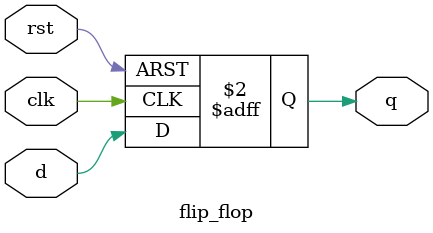
<source format=v>
`timescale 1ns/1ps
module flip_flop(d,q, clk, rst);

input d, rst, clk;
output reg q;

//assign #10 clk =! clk;

always @(posedge rst or negedge clk)
if(rst)
q <= 1'b0;
else
q <= d;

endmodule


</source>
